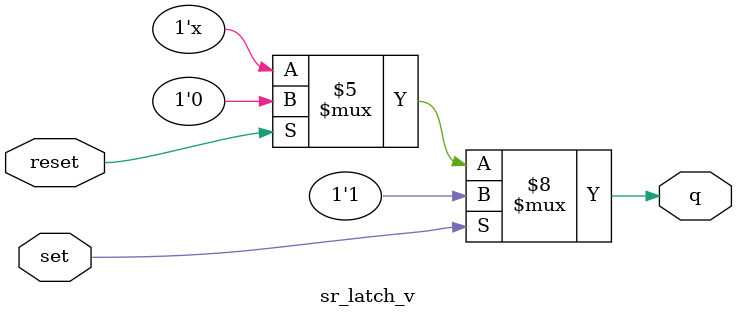
<source format=v>


module sr_latch_v (set,reset,q);
	
input set,reset;
output q;

reg q;

always@(*) begin
	if (set==1'b1)
		//q <= #10 1'b1;     //add delay for debug
		q <= 1'b1;
	else if (reset==1'b1)
		//q <= #10 1'b0;
		q <= 1'b0;
	else
		q <= q;
end

endmodule

</source>
